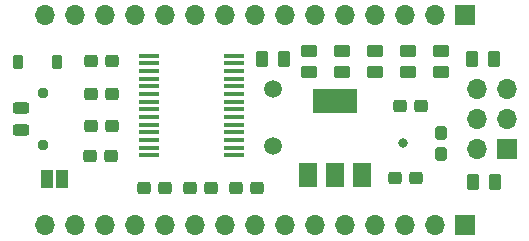
<source format=gbr>
%TF.GenerationSoftware,KiCad,Pcbnew,7.0.10*%
%TF.CreationDate,2024-02-19T12:28:25+05:30*%
%TF.ProjectId,ArduinoNano _Rudra_2021eeb1208,41726475-696e-46f4-9e61-6e6f205f5275,rev?*%
%TF.SameCoordinates,Original*%
%TF.FileFunction,Soldermask,Bot*%
%TF.FilePolarity,Negative*%
%FSLAX46Y46*%
G04 Gerber Fmt 4.6, Leading zero omitted, Abs format (unit mm)*
G04 Created by KiCad (PCBNEW 7.0.10) date 2024-02-19 12:28:25*
%MOMM*%
%LPD*%
G01*
G04 APERTURE LIST*
G04 Aperture macros list*
%AMRoundRect*
0 Rectangle with rounded corners*
0 $1 Rounding radius*
0 $2 $3 $4 $5 $6 $7 $8 $9 X,Y pos of 4 corners*
0 Add a 4 corners polygon primitive as box body*
4,1,4,$2,$3,$4,$5,$6,$7,$8,$9,$2,$3,0*
0 Add four circle primitives for the rounded corners*
1,1,$1+$1,$2,$3*
1,1,$1+$1,$4,$5*
1,1,$1+$1,$6,$7*
1,1,$1+$1,$8,$9*
0 Add four rect primitives between the rounded corners*
20,1,$1+$1,$2,$3,$4,$5,0*
20,1,$1+$1,$4,$5,$6,$7,0*
20,1,$1+$1,$6,$7,$8,$9,0*
20,1,$1+$1,$8,$9,$2,$3,0*%
G04 Aperture macros list end*
%ADD10C,0.800000*%
%ADD11R,1.700000X1.700000*%
%ADD12O,1.700000X1.700000*%
%ADD13C,0.950000*%
%ADD14C,1.500000*%
%ADD15R,1.500000X2.000000*%
%ADD16R,3.800000X2.000000*%
%ADD17RoundRect,0.250000X-0.275000X0.312500X-0.275000X-0.312500X0.275000X-0.312500X0.275000X0.312500X0*%
%ADD18RoundRect,0.250000X0.312500X0.275000X-0.312500X0.275000X-0.312500X-0.275000X0.312500X-0.275000X0*%
%ADD19RoundRect,0.250000X-0.312500X-0.275000X0.312500X-0.275000X0.312500X0.275000X-0.312500X0.275000X0*%
%ADD20RoundRect,0.243750X0.456250X-0.243750X0.456250X0.243750X-0.456250X0.243750X-0.456250X-0.243750X0*%
%ADD21RoundRect,0.250000X-0.450000X0.262500X-0.450000X-0.262500X0.450000X-0.262500X0.450000X0.262500X0*%
%ADD22RoundRect,0.225000X0.225000X0.375000X-0.225000X0.375000X-0.225000X-0.375000X0.225000X-0.375000X0*%
%ADD23R,1.750000X0.450000*%
%ADD24R,1.000000X1.500000*%
%ADD25RoundRect,0.250000X-0.262500X-0.450000X0.262500X-0.450000X0.262500X0.450000X-0.262500X0.450000X0*%
%ADD26RoundRect,0.250000X0.262500X0.450000X-0.262500X0.450000X-0.262500X-0.450000X0.262500X-0.450000X0*%
G04 APERTURE END LIST*
D10*
%TO.C,RST1*%
X94820500Y-107950000D03*
%TD*%
D11*
%TO.C,ICSP1*%
X103632000Y-108458000D03*
D12*
X101092000Y-108458000D03*
X103632000Y-105918000D03*
X101092000Y-105918000D03*
X103632000Y-103378000D03*
X101092000Y-103378000D03*
%TD*%
D13*
%TO.C,J7*%
X64368000Y-103718000D03*
X64368000Y-108118000D03*
%TD*%
D14*
%TO.C,Y1*%
X83820000Y-108258000D03*
X83820000Y-103378000D03*
%TD*%
D15*
%TO.C,REG1*%
X91352000Y-110694000D03*
X89052000Y-110694000D03*
D16*
X89052000Y-104394000D03*
D15*
X86752000Y-110694000D03*
%TD*%
D17*
%TO.C,C9*%
X98090000Y-107145000D03*
X98090000Y-108920000D03*
%TD*%
D18*
%TO.C,C3*%
X70229500Y-101030000D03*
X68454500Y-101030000D03*
%TD*%
%TO.C,C7*%
X74705000Y-111810000D03*
X72930000Y-111810000D03*
%TD*%
D19*
%TO.C,C2*%
X68437500Y-103800000D03*
X70212500Y-103800000D03*
%TD*%
D18*
%TO.C,C4*%
X94180000Y-110970000D03*
X95955000Y-110970000D03*
%TD*%
%TO.C,C10*%
X78615000Y-111750000D03*
X76840000Y-111750000D03*
%TD*%
D20*
%TO.C,VREG1*%
X62484000Y-106855500D03*
X62484000Y-104980500D03*
%TD*%
D21*
%TO.C,RP1D1*%
X86868000Y-100179500D03*
X86868000Y-102004500D03*
%TD*%
D18*
%TO.C,C5*%
X70137500Y-109100000D03*
X68362500Y-109100000D03*
%TD*%
D21*
%TO.C,RP2C1*%
X95250000Y-100179500D03*
X95250000Y-102004500D03*
%TD*%
%TO.C,RP2A1*%
X89662000Y-100179500D03*
X89662000Y-102004500D03*
%TD*%
D22*
%TO.C,D1*%
X65530000Y-101092000D03*
X62230000Y-101092000D03*
%TD*%
D21*
%TO.C,RP2B1*%
X92456000Y-100179500D03*
X92456000Y-102004500D03*
%TD*%
D18*
%TO.C,C1*%
X96350000Y-104830000D03*
X94575000Y-104830000D03*
%TD*%
D23*
%TO.C,USB1*%
X73310000Y-109030000D03*
X73310000Y-108380000D03*
X73310000Y-107730000D03*
X73310000Y-107080000D03*
X73310000Y-106430000D03*
X73310000Y-105780000D03*
X73310000Y-105130000D03*
X73310000Y-104480000D03*
X73310000Y-103830000D03*
X73310000Y-103180000D03*
X73310000Y-102530000D03*
X73310000Y-101880000D03*
X73310000Y-101230000D03*
X73310000Y-100580000D03*
X80510000Y-100580000D03*
X80510000Y-101230000D03*
X80510000Y-101880000D03*
X80510000Y-102530000D03*
X80510000Y-103180000D03*
X80510000Y-103830000D03*
X80510000Y-104480000D03*
X80510000Y-105130000D03*
X80510000Y-105780000D03*
X80510000Y-106430000D03*
X80510000Y-107080000D03*
X80510000Y-107730000D03*
X80510000Y-108380000D03*
X80510000Y-109030000D03*
%TD*%
D18*
%TO.C,C8*%
X80700000Y-111750000D03*
X82475000Y-111750000D03*
%TD*%
D24*
%TO.C,JP1*%
X64650000Y-111030000D03*
X65950000Y-111030000D03*
%TD*%
D18*
%TO.C,C6*%
X70162500Y-106500000D03*
X68387500Y-106500000D03*
%TD*%
D12*
%TO.C,J2*%
X64516000Y-114935000D03*
X67056000Y-114935000D03*
X69596000Y-114935000D03*
X72136000Y-114935000D03*
X74676000Y-114935000D03*
X77216000Y-114935000D03*
X79756000Y-114935000D03*
X82296000Y-114935000D03*
X84836000Y-114935000D03*
X87376000Y-114935000D03*
X89916000Y-114935000D03*
X92456000Y-114935000D03*
X94996000Y-114935000D03*
X97536000Y-114935000D03*
D11*
X100076000Y-114935000D03*
%TD*%
D21*
%TO.C,RP1C1*%
X98044000Y-100179500D03*
X98044000Y-102004500D03*
%TD*%
D25*
%TO.C,RP2D1*%
X100791000Y-111252000D03*
X102616000Y-111252000D03*
%TD*%
D26*
%TO.C,RP1B1*%
X84732500Y-100838000D03*
X82907500Y-100838000D03*
%TD*%
D25*
%TO.C,RP1A1*%
X100687500Y-100838000D03*
X102512500Y-100838000D03*
%TD*%
D12*
%TO.C,J4*%
X64516000Y-97155000D03*
X67056000Y-97155000D03*
X69596000Y-97155000D03*
X72136000Y-97155000D03*
X74676000Y-97155000D03*
X77216000Y-97155000D03*
X79756000Y-97155000D03*
X82296000Y-97155000D03*
X84836000Y-97155000D03*
X87376000Y-97155000D03*
X89916000Y-97155000D03*
X92456000Y-97155000D03*
X94996000Y-97155000D03*
X97536000Y-97155000D03*
D11*
X100076000Y-97155000D03*
%TD*%
M02*

</source>
